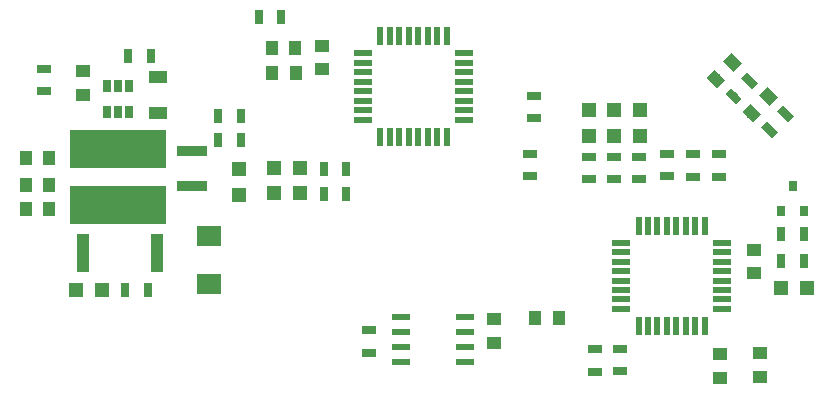
<source format=gtp>
G04 #@! TF.GenerationSoftware,KiCad,Pcbnew,5.0.2-bee76a0~70~ubuntu18.04.1*
G04 #@! TF.CreationDate,2019-04-15T21:30:03-04:00*
G04 #@! TF.ProjectId,dashboard_mk4_rev4,64617368-626f-4617-9264-5f6d6b345f72,6.0*
G04 #@! TF.SameCoordinates,Original*
G04 #@! TF.FileFunction,Paste,Top*
G04 #@! TF.FilePolarity,Positive*
%FSLAX46Y46*%
G04 Gerber Fmt 4.6, Leading zero omitted, Abs format (unit mm)*
G04 Created by KiCad (PCBNEW 5.0.2-bee76a0~70~ubuntu18.04.1) date Mon 15 Apr 2019 09:30:03 PM EDT*
%MOMM*%
%LPD*%
G01*
G04 APERTURE LIST*
%ADD10R,1.550000X0.600000*%
%ADD11R,2.500000X0.900000*%
%ADD12R,8.200000X3.300000*%
%ADD13R,0.650000X1.060000*%
%ADD14R,1.600000X1.000000*%
%ADD15R,2.159000X1.778000*%
%ADD16R,1.000000X3.200000*%
%ADD17R,0.550000X1.600000*%
%ADD18R,1.600000X0.550000*%
%ADD19R,1.250000X1.000000*%
%ADD20R,1.000000X1.250000*%
%ADD21R,1.200000X1.200000*%
%ADD22R,0.700000X1.300000*%
%ADD23R,1.300000X0.700000*%
%ADD24C,1.000000*%
%ADD25C,0.100000*%
%ADD26C,0.700000*%
%ADD27R,0.800000X0.900000*%
G04 APERTURE END LIST*
D10*
G04 #@! TO.C,U4*
X118808516Y-160771054D03*
X118808516Y-159501054D03*
X118808516Y-158231054D03*
X118808516Y-156961054D03*
X124208516Y-156961054D03*
X124208516Y-158231054D03*
X124208516Y-159501054D03*
X124208516Y-160771054D03*
G04 #@! TD*
D11*
G04 #@! TO.C,F1*
X101124594Y-142969499D03*
X101124594Y-145869499D03*
G04 #@! TD*
D12*
G04 #@! TO.C,L1*
X94818596Y-147473500D03*
X94818596Y-142773500D03*
G04 #@! TD*
D13*
G04 #@! TO.C,U2*
X94843996Y-137419499D03*
X93893996Y-137419499D03*
X95793996Y-137419499D03*
X95793996Y-139619499D03*
X94843996Y-139619499D03*
X93893996Y-139619499D03*
G04 #@! TD*
D14*
G04 #@! TO.C,C3*
X98184099Y-136702001D03*
X98184099Y-139702001D03*
G04 #@! TD*
D15*
G04 #@! TO.C,D7*
X102502094Y-150140000D03*
X102502094Y-154204000D03*
G04 #@! TD*
D16*
G04 #@! TO.C,R9*
X91909097Y-151536996D03*
X98109097Y-151536996D03*
G04 #@! TD*
D17*
G04 #@! TO.C,U1*
X138906587Y-149246853D03*
X139706587Y-149246853D03*
X140506587Y-149246853D03*
X141306587Y-149246853D03*
X142106587Y-149246853D03*
X142906587Y-149246853D03*
X143706587Y-149246853D03*
X144506587Y-149246853D03*
D18*
X145956587Y-150696853D03*
X145956587Y-151496853D03*
X145956587Y-152296853D03*
X145956587Y-153096853D03*
X145956587Y-153896853D03*
X145956587Y-154696853D03*
X145956587Y-155496853D03*
X145956587Y-156296853D03*
D17*
X144506587Y-157746853D03*
X143706587Y-157746853D03*
X142906587Y-157746853D03*
X142106587Y-157746853D03*
X141306587Y-157746853D03*
X140506587Y-157746853D03*
X139706587Y-157746853D03*
X138906587Y-157746853D03*
D18*
X137456587Y-156296853D03*
X137456587Y-155496853D03*
X137456587Y-154696853D03*
X137456587Y-153896853D03*
X137456587Y-153096853D03*
X137456587Y-152296853D03*
X137456587Y-151496853D03*
X137456587Y-150696853D03*
G04 #@! TD*
D17*
G04 #@! TO.C,U3*
X117049449Y-133211941D03*
X117849449Y-133211941D03*
X118649449Y-133211941D03*
X119449449Y-133211941D03*
X120249449Y-133211941D03*
X121049449Y-133211941D03*
X121849449Y-133211941D03*
X122649449Y-133211941D03*
D18*
X124099449Y-134661941D03*
X124099449Y-135461941D03*
X124099449Y-136261941D03*
X124099449Y-137061941D03*
X124099449Y-137861941D03*
X124099449Y-138661941D03*
X124099449Y-139461941D03*
X124099449Y-140261941D03*
D17*
X122649449Y-141711941D03*
X121849449Y-141711941D03*
X121049449Y-141711941D03*
X120249449Y-141711941D03*
X119449449Y-141711941D03*
X118649449Y-141711941D03*
X117849449Y-141711941D03*
X117049449Y-141711941D03*
D18*
X115599449Y-140261941D03*
X115599449Y-139461941D03*
X115599449Y-138661941D03*
X115599449Y-137861941D03*
X115599449Y-137061941D03*
X115599449Y-136261941D03*
X115599449Y-135461941D03*
X115599449Y-134661941D03*
G04 #@! TD*
D19*
G04 #@! TO.C,C5*
X91834101Y-136185998D03*
X91834101Y-138185998D03*
G04 #@! TD*
D20*
G04 #@! TO.C,C11*
X89024096Y-145821998D03*
X87024096Y-145821998D03*
G04 #@! TD*
G04 #@! TO.C,C12*
X89024098Y-143535998D03*
X87024098Y-143535998D03*
G04 #@! TD*
D21*
G04 #@! TO.C,D2*
X93442098Y-154711999D03*
X91242098Y-154711999D03*
G04 #@! TD*
D22*
G04 #@! TO.C,R2*
X103330098Y-142012002D03*
X105230098Y-142012002D03*
G04 #@! TD*
G04 #@! TO.C,R3*
X103330096Y-139979997D03*
X105230096Y-139979997D03*
G04 #@! TD*
G04 #@! TO.C,R12*
X97356096Y-154712001D03*
X95456096Y-154712001D03*
G04 #@! TD*
D20*
G04 #@! TO.C,C7*
X89024099Y-147854000D03*
X87024099Y-147854000D03*
G04 #@! TD*
D21*
G04 #@! TO.C,D1*
X105042095Y-144467996D03*
X105042095Y-146667996D03*
G04 #@! TD*
D22*
G04 #@! TO.C,R4*
X95710095Y-134900001D03*
X97610095Y-134900001D03*
G04 #@! TD*
D23*
G04 #@! TO.C,R5*
X88532094Y-135982001D03*
X88532094Y-137882001D03*
G04 #@! TD*
D20*
G04 #@! TO.C,C1*
X132142290Y-157093601D03*
X130142290Y-157093601D03*
G04 #@! TD*
D19*
G04 #@! TO.C,C2*
X148717000Y-151273000D03*
X148717000Y-153273000D03*
G04 #@! TD*
G04 #@! TO.C,C4*
X112141000Y-134001000D03*
X112141000Y-136001000D03*
G04 #@! TD*
D24*
G04 #@! TO.C,C6*
X146857581Y-135410268D03*
D25*
G36*
X146945969Y-136205763D02*
X146062086Y-135321880D01*
X146769193Y-134614773D01*
X147653076Y-135498656D01*
X146945969Y-136205763D01*
X146945969Y-136205763D01*
G37*
D24*
X145443367Y-136824482D03*
D25*
G36*
X145531755Y-137619977D02*
X144647872Y-136736094D01*
X145354979Y-136028987D01*
X146238862Y-136912870D01*
X145531755Y-137619977D01*
X145531755Y-137619977D01*
G37*
G04 #@! TD*
D24*
G04 #@! TO.C,C8*
X148466547Y-139717845D03*
D25*
G36*
X148554935Y-140513340D02*
X147671052Y-139629457D01*
X148378159Y-138922350D01*
X149262042Y-139806233D01*
X148554935Y-140513340D01*
X148554935Y-140513340D01*
G37*
D24*
X149880761Y-138303631D03*
D25*
G36*
X149969149Y-139099126D02*
X149085266Y-138215243D01*
X149792373Y-137508136D01*
X150676256Y-138392019D01*
X149969149Y-139099126D01*
X149969149Y-139099126D01*
G37*
G04 #@! TD*
D20*
G04 #@! TO.C,C9*
X107867560Y-136336618D03*
X109867560Y-136336618D03*
G04 #@! TD*
G04 #@! TO.C,C10*
X107839000Y-134239000D03*
X109839000Y-134239000D03*
G04 #@! TD*
D19*
G04 #@! TO.C,C13*
X145771154Y-162123336D03*
X145771154Y-160123336D03*
G04 #@! TD*
G04 #@! TO.C,C14*
X149225000Y-160036000D03*
X149225000Y-162036000D03*
G04 #@! TD*
G04 #@! TO.C,C15*
X126705359Y-159154855D03*
X126705359Y-157154855D03*
G04 #@! TD*
D21*
G04 #@! TO.C,PB1*
X108078078Y-144351081D03*
X110278076Y-144351081D03*
G04 #@! TD*
G04 #@! TO.C,PB0*
X110278078Y-146520713D03*
X108078080Y-146520713D03*
G04 #@! TD*
G04 #@! TO.C,PB5*
X139021121Y-139462848D03*
X139021121Y-141662846D03*
G04 #@! TD*
G04 #@! TO.C,PB6*
X136815571Y-141623331D03*
X136815571Y-139423333D03*
G04 #@! TD*
G04 #@! TO.C,PB7*
X134726762Y-139425131D03*
X134726762Y-141625129D03*
G04 #@! TD*
D23*
G04 #@! TO.C,R1*
X135224713Y-161628576D03*
X135224713Y-159728578D03*
G04 #@! TD*
G04 #@! TO.C,R6*
X137315315Y-159685474D03*
X137315315Y-161585472D03*
G04 #@! TD*
G04 #@! TO.C,R7*
X130048000Y-140136038D03*
X130048000Y-138236038D03*
G04 #@! TD*
D22*
G04 #@! TO.C,R8*
X114163803Y-144428313D03*
X112263805Y-144428313D03*
G04 #@! TD*
D23*
G04 #@! TO.C,R10*
X145739286Y-145089033D03*
X145739286Y-143189035D03*
G04 #@! TD*
D22*
G04 #@! TO.C,R11*
X112274582Y-146536878D03*
X114174580Y-146536878D03*
G04 #@! TD*
D23*
G04 #@! TO.C,R13*
X143522959Y-145092623D03*
X143522959Y-143192625D03*
G04 #@! TD*
G04 #@! TO.C,R14*
X138965582Y-143410983D03*
X138965582Y-145310981D03*
G04 #@! TD*
G04 #@! TO.C,R15*
X136824434Y-145323219D03*
X136824434Y-143423221D03*
G04 #@! TD*
G04 #@! TO.C,R16*
X134716128Y-145300205D03*
X134716128Y-143400207D03*
G04 #@! TD*
D26*
G04 #@! TO.C,R17*
X146946842Y-138272484D03*
D25*
G36*
X146734710Y-137565377D02*
X147653949Y-138484616D01*
X147158974Y-138979591D01*
X146239735Y-138060352D01*
X146734710Y-137565377D01*
X146734710Y-137565377D01*
G37*
D26*
X148290344Y-136928982D03*
D25*
G36*
X148078212Y-136221875D02*
X148997451Y-137141114D01*
X148502476Y-137636089D01*
X147583237Y-136716850D01*
X148078212Y-136221875D01*
X148078212Y-136221875D01*
G37*
G04 #@! TD*
D26*
G04 #@! TO.C,R18*
X151353584Y-139763624D03*
D25*
G36*
X151141452Y-139056517D02*
X152060691Y-139975756D01*
X151565716Y-140470731D01*
X150646477Y-139551492D01*
X151141452Y-139056517D01*
X151141452Y-139056517D01*
G37*
D26*
X150010082Y-141107126D03*
D25*
G36*
X149797950Y-140400019D02*
X150717189Y-141319258D01*
X150222214Y-141814233D01*
X149302975Y-140894994D01*
X149797950Y-140400019D01*
X149797950Y-140400019D01*
G37*
G04 #@! TD*
D23*
G04 #@! TO.C,R19*
X141295855Y-143185443D03*
X141295855Y-145085441D03*
G04 #@! TD*
D22*
G04 #@! TO.C,R20*
X108645999Y-131572000D03*
X106746001Y-131572000D03*
G04 #@! TD*
D23*
G04 #@! TO.C,R21*
X129719891Y-145048959D03*
X129719891Y-143148961D03*
G04 #@! TD*
G04 #@! TO.C,R22*
X116065297Y-160011632D03*
X116065297Y-158111634D03*
G04 #@! TD*
D21*
G04 #@! TO.C,D9*
X150968963Y-154565382D03*
X153168961Y-154565382D03*
G04 #@! TD*
D27*
G04 #@! TO.C,Q1*
X150991962Y-147995383D03*
X152891962Y-147995383D03*
X151941962Y-145895382D03*
G04 #@! TD*
D22*
G04 #@! TO.C,R23*
X150991962Y-152279382D03*
X152891960Y-152279382D03*
G04 #@! TD*
G04 #@! TO.C,R24*
X152891960Y-149993382D03*
X150991962Y-149993382D03*
G04 #@! TD*
M02*

</source>
